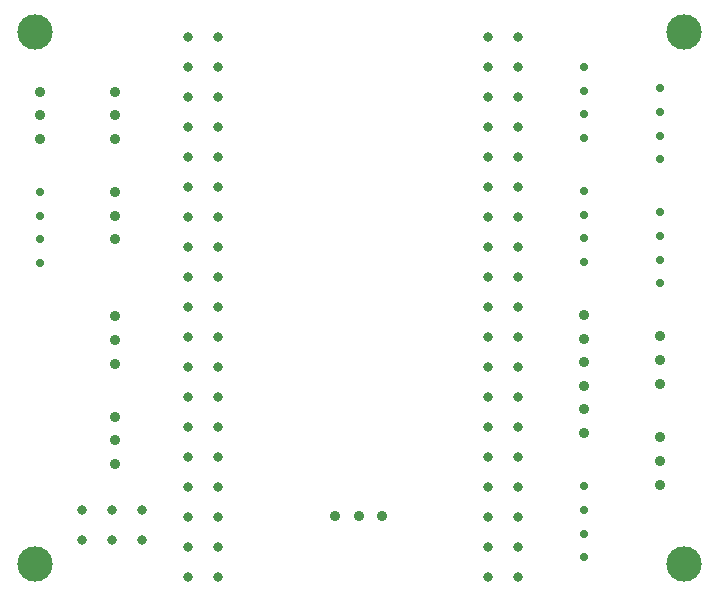
<source format=gbr>
G04 DesignSpark PCB Gerber Version 10.0 Build 5299*
G04 #@! TF.Part,Single*
G04 #@! TF.FilePolarity,Positive*
%FSLAX35Y35*%
%MOIN*%
G04 #@! TA.AperFunction,ComponentDrill*
%ADD81C,0.02756*%
G04 #@! TA.AperFunction,MechanicalDrill*
%ADD80C,0.03150*%
G04 #@! TA.AperFunction,ComponentDrill*
%ADD82C,0.03543*%
G04 #@! TA.AperFunction,MechanicalDrill*
%ADD79C,0.11811*%
G04 #@! TD.AperFunction*
X0Y0D02*
D02*
D79*
X10443Y11072D03*
Y188238D03*
X226978Y11072D03*
Y188238D03*
D02*
D80*
X25994Y18789D03*
Y28789D03*
X35994Y18789D03*
Y28789D03*
X45994Y18789D03*
Y28789D03*
X61545Y6584D03*
Y16584D03*
Y26584D03*
Y36584D03*
Y46584D03*
Y56584D03*
Y66584D03*
Y76584D03*
Y86584D03*
Y96584D03*
Y106584D03*
Y116584D03*
Y126584D03*
Y136584D03*
Y146584D03*
Y156584D03*
Y166584D03*
Y176584D03*
Y186584D03*
X71545Y6584D03*
Y16584D03*
Y26584D03*
Y36584D03*
Y46584D03*
Y56584D03*
Y66584D03*
Y76584D03*
Y86584D03*
Y96584D03*
Y106584D03*
Y116584D03*
Y126584D03*
Y136584D03*
Y146584D03*
Y156584D03*
Y166584D03*
Y176584D03*
Y186584D03*
X161545Y6584D03*
Y16584D03*
Y26584D03*
Y36584D03*
Y46584D03*
Y56584D03*
Y66584D03*
Y76584D03*
Y86584D03*
Y96584D03*
Y106584D03*
Y116584D03*
Y126584D03*
Y136584D03*
Y146584D03*
Y156584D03*
Y166584D03*
Y176584D03*
Y186584D03*
X171545Y6584D03*
Y16584D03*
Y26584D03*
Y36584D03*
Y46584D03*
Y56584D03*
Y66584D03*
Y76584D03*
Y86584D03*
Y96584D03*
Y106584D03*
Y116584D03*
Y126584D03*
Y136584D03*
Y146584D03*
Y156584D03*
Y166584D03*
Y176584D03*
Y186584D03*
D02*
D81*
X12017Y111309D03*
Y119183D03*
Y127057D03*
Y134931D03*
X193513Y13198D03*
Y21072D03*
Y28946D03*
Y36820D03*
Y111663D03*
Y119537D03*
Y127411D03*
Y135285D03*
Y153002D03*
Y160876D03*
Y168750D03*
Y176624D03*
X218710Y104498D03*
Y112372D03*
Y120246D03*
Y128120D03*
Y145836D03*
Y153710D03*
Y161584D03*
Y169458D03*
D02*
D82*
X12017Y152608D03*
Y160482D03*
Y168356D03*
X37214Y44301D03*
Y52175D03*
Y60049D03*
Y77765D03*
Y85639D03*
Y93513D03*
Y119183D03*
Y127057D03*
Y134931D03*
Y152608D03*
Y160482D03*
Y168356D03*
X110521Y26820D03*
X118395D03*
X126269D03*
X193513Y54576D03*
Y62450D03*
Y70324D03*
Y78198D03*
Y86072D03*
Y93946D03*
X218710Y37411D03*
Y45285D03*
Y53159D03*
Y71033D03*
Y78907D03*
Y86781D03*
X0Y0D02*
M02*

</source>
